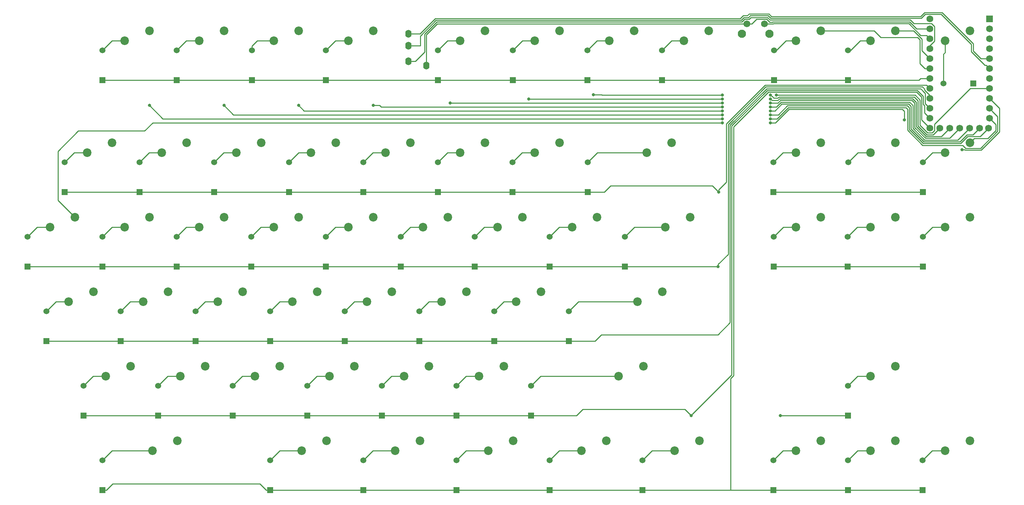
<source format=gtl>
G04 #@! TF.GenerationSoftware,KiCad,Pcbnew,(5.1.4)-1*
G04 #@! TF.CreationDate,2019-10-25T22:11:27-04:00*
G04 #@! TF.ProjectId,Split Keyboard - Right,53706c69-7420-44b6-9579-626f61726420,rev?*
G04 #@! TF.SameCoordinates,Original*
G04 #@! TF.FileFunction,Copper,L1,Top*
G04 #@! TF.FilePolarity,Positive*
%FSLAX46Y46*%
G04 Gerber Fmt 4.6, Leading zero omitted, Abs format (unit mm)*
G04 Created by KiCad (PCBNEW (5.1.4)-1) date 2019-10-25 22:11:27*
%MOMM*%
%LPD*%
G04 APERTURE LIST*
%ADD10C,2.200000*%
%ADD11C,2.100000*%
%ADD12C,1.750000*%
%ADD13R,1.752600X1.752600*%
%ADD14C,1.752600*%
%ADD15C,1.524000*%
%ADD16R,1.524000X1.524000*%
%ADD17O,1.600000X2.000000*%
%ADD18C,0.800000*%
%ADD19C,0.250000*%
G04 APERTURE END LIST*
D10*
X185585100Y-137795000D03*
X179235100Y-140335000D03*
X254635000Y-33020000D03*
X248285000Y-35560000D03*
X229235000Y-35560000D03*
X235585000Y-33020000D03*
X210185000Y-35560000D03*
X216535000Y-33020000D03*
X187960000Y-33020000D03*
X181610000Y-35560000D03*
X168910000Y-33020000D03*
X162560000Y-35560000D03*
X143510000Y-35560000D03*
X149860000Y-33020000D03*
X130810000Y-33020000D03*
X124460000Y-35560000D03*
X102235000Y-33020000D03*
X95885000Y-35560000D03*
X76835000Y-35560000D03*
X83185000Y-33020000D03*
X64135000Y-33020000D03*
X57785000Y-35560000D03*
X45085000Y-33020000D03*
X38735000Y-35560000D03*
X248285000Y-64135000D03*
X254635000Y-61595000D03*
X235585000Y-61595000D03*
X229235000Y-64135000D03*
X216535000Y-61595000D03*
X210185000Y-64135000D03*
X178435000Y-61595000D03*
X172085000Y-64135000D03*
X149860000Y-61595000D03*
X143510000Y-64135000D03*
X124460000Y-64135000D03*
X130810000Y-61595000D03*
X111760000Y-61595000D03*
X105410000Y-64135000D03*
X86360000Y-64135000D03*
X92710000Y-61595000D03*
X67310000Y-64135000D03*
X73660000Y-61595000D03*
X54610000Y-61595000D03*
X48260000Y-64135000D03*
X29210000Y-64135000D03*
X35560000Y-61595000D03*
X248285000Y-83185000D03*
X254635000Y-80645000D03*
X235585000Y-80645000D03*
X229235000Y-83185000D03*
X216535000Y-80645000D03*
X210185000Y-83185000D03*
X183197500Y-80645000D03*
X176847500Y-83185000D03*
X153035000Y-83185000D03*
X159385000Y-80645000D03*
X140335000Y-80645000D03*
X133985000Y-83185000D03*
X114935000Y-83185000D03*
X121285000Y-80645000D03*
X102235000Y-80645000D03*
X95885000Y-83185000D03*
X76835000Y-83185000D03*
X83185000Y-80645000D03*
X64135000Y-80645000D03*
X57785000Y-83185000D03*
X45085000Y-80645000D03*
X38735000Y-83185000D03*
X19685000Y-83185000D03*
X26035000Y-80645000D03*
X176060000Y-99695000D03*
X169710000Y-102235000D03*
X138734800Y-102235000D03*
X145084800Y-99695000D03*
X126047500Y-99695000D03*
X119697500Y-102235000D03*
X100647500Y-102235000D03*
X106997500Y-99695000D03*
X81597500Y-102235000D03*
X87947500Y-99695000D03*
X62547500Y-102235000D03*
X68897500Y-99695000D03*
X43497500Y-102235000D03*
X49847500Y-99695000D03*
X30797500Y-99695000D03*
X24447500Y-102235000D03*
X235585000Y-118745000D03*
X229235000Y-121285000D03*
X164947600Y-121285000D03*
X171297600Y-118745000D03*
X135585200Y-118745000D03*
X129235200Y-121285000D03*
X110172500Y-121285000D03*
X116522500Y-118745000D03*
X97472500Y-118745000D03*
X91122500Y-121285000D03*
X72072500Y-121285000D03*
X78422500Y-118745000D03*
X53022500Y-121285000D03*
X59372500Y-118745000D03*
X40322500Y-118745000D03*
X33972500Y-121285000D03*
X248285000Y-140335000D03*
X254635000Y-137795000D03*
X235585000Y-137795000D03*
X229235000Y-140335000D03*
X210185000Y-140335000D03*
X216535000Y-137795000D03*
X155448000Y-140335000D03*
X161798000Y-137795000D03*
X131635500Y-140335000D03*
X137985500Y-137795000D03*
X114173000Y-137795000D03*
X107823000Y-140335000D03*
X90360500Y-137795000D03*
X84010500Y-140335000D03*
X52260500Y-137795000D03*
X45910500Y-140335000D03*
D11*
X196424000Y-33732000D03*
D12*
X197684000Y-31242000D03*
X202184000Y-31242000D03*
D11*
X203434000Y-33732000D03*
D13*
X259651500Y-29972000D03*
D14*
X259651500Y-32512000D03*
X259651500Y-35052000D03*
X259651500Y-37592000D03*
X259651500Y-40132000D03*
X259651500Y-42672000D03*
X259651500Y-45212000D03*
X259651500Y-47752000D03*
X259651500Y-50292000D03*
X259651500Y-52832000D03*
X259651500Y-55372000D03*
X244411500Y-57912000D03*
X244411500Y-55372000D03*
X244411500Y-52832000D03*
X244411500Y-50292000D03*
X244411500Y-47752000D03*
X244411500Y-45212000D03*
X244411500Y-42672000D03*
X244411500Y-40132000D03*
X244411500Y-37592000D03*
X244411500Y-35052000D03*
X244411500Y-32512000D03*
X259422900Y-57912000D03*
X244411500Y-29972000D03*
X246951500Y-57912000D03*
X249491500Y-57912000D03*
X252031500Y-57912000D03*
X254571500Y-57912000D03*
X257111500Y-57912000D03*
D15*
X247904000Y-46482000D03*
D16*
X255524000Y-46482000D03*
D15*
X223520000Y-38012000D03*
D16*
X223520000Y-45632000D03*
D15*
X204597000Y-38012000D03*
D16*
X204597000Y-45632000D03*
D15*
X176022000Y-38012000D03*
D16*
X176022000Y-45632000D03*
D15*
X156972000Y-38012000D03*
D16*
X156972000Y-45632000D03*
X137922000Y-45632000D03*
D15*
X137922000Y-38012000D03*
D16*
X118745000Y-45632000D03*
D15*
X118745000Y-38012000D03*
D16*
X90170000Y-45632000D03*
D15*
X90170000Y-38012000D03*
D16*
X71247000Y-45632000D03*
D15*
X71247000Y-38012000D03*
D16*
X52070000Y-45632000D03*
D15*
X52070000Y-38012000D03*
D16*
X33083500Y-45632000D03*
D15*
X33083500Y-38012000D03*
X242633500Y-66587000D03*
D16*
X242633500Y-74207000D03*
D15*
X223583500Y-66587000D03*
D16*
X223583500Y-74207000D03*
D15*
X204470000Y-66587000D03*
D16*
X204470000Y-74207000D03*
D15*
X157035500Y-66587000D03*
D16*
X157035500Y-74207000D03*
D15*
X137858500Y-66587000D03*
D16*
X137858500Y-74207000D03*
X118745000Y-74207000D03*
D15*
X118745000Y-66587000D03*
D16*
X99758500Y-74207000D03*
D15*
X99758500Y-66587000D03*
D16*
X80772000Y-74207000D03*
D15*
X80772000Y-66587000D03*
D16*
X61595000Y-74207000D03*
D15*
X61595000Y-66587000D03*
D16*
X42545000Y-74207000D03*
D15*
X42545000Y-66587000D03*
D16*
X23431500Y-74207000D03*
D15*
X23431500Y-66587000D03*
X242633500Y-85637000D03*
D16*
X242633500Y-93257000D03*
D15*
X223456500Y-85637000D03*
D16*
X223456500Y-93257000D03*
D15*
X204533500Y-85637000D03*
D16*
X204533500Y-93257000D03*
D15*
X166497000Y-85637000D03*
D16*
X166497000Y-93257000D03*
D15*
X147320000Y-85637000D03*
D16*
X147320000Y-93257000D03*
D15*
X128206500Y-85637000D03*
D16*
X128206500Y-93257000D03*
X109283500Y-93257000D03*
D15*
X109283500Y-85637000D03*
D16*
X90170000Y-93257000D03*
D15*
X90170000Y-85637000D03*
D16*
X71120000Y-93257000D03*
D15*
X71120000Y-85637000D03*
D16*
X52070000Y-93257000D03*
D15*
X52070000Y-85637000D03*
D16*
X33121600Y-93257000D03*
D15*
X33121600Y-85637000D03*
X13919200Y-85637000D03*
D16*
X13919200Y-93257000D03*
D15*
X152196800Y-104687000D03*
D16*
X152196800Y-112307000D03*
D15*
X133146800Y-104687000D03*
D16*
X133146800Y-112307000D03*
D15*
X113995200Y-104687000D03*
D16*
X113995200Y-112307000D03*
X94996000Y-112307000D03*
D15*
X94996000Y-104687000D03*
D16*
X75895200Y-112307000D03*
D15*
X75895200Y-104687000D03*
D16*
X56845200Y-112307000D03*
D15*
X56845200Y-104687000D03*
D16*
X37744400Y-112307000D03*
D15*
X37744400Y-104687000D03*
D16*
X18745200Y-112307000D03*
D15*
X18745200Y-104687000D03*
X223545400Y-123737000D03*
D16*
X223545400Y-131357000D03*
D15*
X142595600Y-123737000D03*
D16*
X142595600Y-131357000D03*
D15*
X123545600Y-123737000D03*
D16*
X123545600Y-131357000D03*
X104495600Y-131357000D03*
D15*
X104495600Y-123737000D03*
D16*
X85394800Y-131357000D03*
D15*
X85394800Y-123737000D03*
D16*
X66395600Y-131357000D03*
D15*
X66395600Y-123737000D03*
D16*
X47345600Y-131357000D03*
D15*
X47345600Y-123737000D03*
D16*
X28244800Y-131357000D03*
D15*
X28244800Y-123737000D03*
X242595400Y-142787000D03*
D16*
X242595400Y-150407000D03*
D15*
X223545400Y-142787000D03*
D16*
X223545400Y-150407000D03*
D15*
X204476400Y-142787000D03*
D16*
X204476400Y-150407000D03*
D15*
X171043600Y-142787000D03*
D16*
X171043600Y-150407000D03*
D15*
X147320000Y-142787000D03*
D16*
X147320000Y-150407000D03*
D15*
X123545600Y-142787000D03*
D16*
X123545600Y-150407000D03*
X99720400Y-150407000D03*
D15*
X99720400Y-142787000D03*
D16*
X75895200Y-150407000D03*
D15*
X75895200Y-142787000D03*
D16*
X33070800Y-150407000D03*
D15*
X33070800Y-142787000D03*
D17*
X115838000Y-41875000D03*
X111238000Y-40775000D03*
X111238000Y-33775000D03*
X111238000Y-36775000D03*
D18*
X190528002Y-74207000D03*
X190348500Y-93257000D03*
X183427000Y-131357000D03*
X206272500Y-131357000D03*
X205232000Y-49466500D03*
X203708000Y-49403000D03*
X191389000Y-49403000D03*
X158451999Y-49358999D03*
X191389000Y-50419000D03*
X203708000Y-50419000D03*
X141986000Y-50419000D03*
X191389000Y-51435000D03*
X203708000Y-51435000D03*
X121920000Y-51435000D03*
X191389000Y-52451000D03*
X203708000Y-52451000D03*
X102235000Y-52070000D03*
X191389000Y-53467000D03*
X203708000Y-53467000D03*
X83185000Y-52070000D03*
X191389000Y-54483000D03*
X203708000Y-54483000D03*
X64135000Y-52070000D03*
X203708000Y-55499000D03*
X191389000Y-55499000D03*
X45085000Y-52070000D03*
X237871000Y-55753000D03*
X252666500Y-63436500D03*
X191389000Y-56515000D03*
X203708000Y-56515000D03*
D19*
X248285000Y-37115634D02*
X248285000Y-35560000D01*
X248285000Y-38569002D02*
X248285000Y-37115634D01*
X247904000Y-38950002D02*
X248285000Y-38569002D01*
X247904000Y-46482000D02*
X247904000Y-38950002D01*
X33083500Y-45632000D02*
X52070000Y-45632000D01*
X52070000Y-45632000D02*
X71247000Y-45632000D01*
X71247000Y-45632000D02*
X90170000Y-45632000D01*
X90170000Y-45632000D02*
X118745000Y-45632000D01*
X118745000Y-45632000D02*
X137922000Y-45632000D01*
X137922000Y-45632000D02*
X156972000Y-45632000D01*
X156972000Y-45632000D02*
X176022000Y-45632000D01*
X242076500Y-45212000D02*
X244411500Y-45212000D01*
X176022000Y-45632000D02*
X241656500Y-45632000D01*
X241656500Y-45632000D02*
X242076500Y-45212000D01*
X226607000Y-35560000D02*
X229870000Y-35560000D01*
X224155000Y-38012000D02*
X226607000Y-35560000D01*
X207684000Y-35560000D02*
X210820000Y-35560000D01*
X205232000Y-38012000D02*
X207684000Y-35560000D01*
X178474000Y-35560000D02*
X181610000Y-35560000D01*
X176022000Y-38012000D02*
X178474000Y-35560000D01*
X159424000Y-35560000D02*
X162560000Y-35560000D01*
X156972000Y-38012000D02*
X159424000Y-35560000D01*
X140374000Y-35560000D02*
X143510000Y-35560000D01*
X137922000Y-38012000D02*
X140374000Y-35560000D01*
X121197000Y-35560000D02*
X124460000Y-35560000D01*
X118745000Y-38012000D02*
X121197000Y-35560000D01*
X92622000Y-35560000D02*
X95885000Y-35560000D01*
X90170000Y-38012000D02*
X92622000Y-35560000D01*
X75279366Y-35560000D02*
X76835000Y-35560000D01*
X72621370Y-35560000D02*
X75279366Y-35560000D01*
X71247000Y-36934370D02*
X72621370Y-35560000D01*
X71247000Y-38012000D02*
X71247000Y-36934370D01*
X54522000Y-35560000D02*
X57785000Y-35560000D01*
X52070000Y-38012000D02*
X54522000Y-35560000D01*
X35535500Y-35560000D02*
X38735000Y-35560000D01*
X33083500Y-38012000D02*
X35535500Y-35560000D01*
X245085500Y-64135000D02*
X248285000Y-64135000D01*
X242633500Y-66587000D02*
X245085500Y-64135000D01*
X23431500Y-74207000D02*
X42545000Y-74207000D01*
X42545000Y-74207000D02*
X61595000Y-74207000D01*
X61595000Y-74207000D02*
X80772000Y-74207000D01*
X80772000Y-74207000D02*
X99758500Y-74207000D01*
X99758500Y-74207000D02*
X118745000Y-74207000D01*
X118745000Y-74207000D02*
X137858500Y-74207000D01*
X137858500Y-74207000D02*
X157035500Y-74207000D01*
X157035500Y-74207000D02*
X161261998Y-74207000D01*
X162878999Y-72589999D02*
X188911001Y-72589999D01*
X161261998Y-74207000D02*
X162878999Y-72589999D01*
X188911001Y-72589999D02*
X190528002Y-74207000D01*
X190528002Y-74207000D02*
X190528002Y-74207000D01*
X190528002Y-73641315D02*
X190528002Y-74207000D01*
X192468500Y-71700817D02*
X190528002Y-73641315D01*
X192468500Y-56769000D02*
X192468500Y-71700817D01*
X202361799Y-46875701D02*
X192468500Y-56769000D01*
X241621500Y-74207000D02*
X223583500Y-74207000D01*
X242633500Y-74207000D02*
X241621500Y-74207000D01*
X223583500Y-74207000D02*
X204470000Y-74207000D01*
X243535201Y-46875701D02*
X202361799Y-46875701D01*
X244411500Y-47752000D02*
X243535201Y-46875701D01*
X226035500Y-64135000D02*
X229235000Y-64135000D01*
X223583500Y-66587000D02*
X226035500Y-64135000D01*
X206922000Y-64135000D02*
X210185000Y-64135000D01*
X204470000Y-66587000D02*
X206922000Y-64135000D01*
X159487500Y-64135000D02*
X172085000Y-64135000D01*
X157035500Y-66587000D02*
X159487500Y-64135000D01*
X140310500Y-64135000D02*
X143510000Y-64135000D01*
X137858500Y-66587000D02*
X140310500Y-64135000D01*
X121197000Y-64135000D02*
X124460000Y-64135000D01*
X118745000Y-66587000D02*
X121197000Y-64135000D01*
X102210500Y-64135000D02*
X105410000Y-64135000D01*
X99758500Y-66587000D02*
X102210500Y-64135000D01*
X83224000Y-64135000D02*
X86360000Y-64135000D01*
X80772000Y-66587000D02*
X83224000Y-64135000D01*
X64047000Y-64135000D02*
X67310000Y-64135000D01*
X61595000Y-66587000D02*
X64047000Y-64135000D01*
X44997000Y-64135000D02*
X48260000Y-64135000D01*
X42545000Y-66587000D02*
X44997000Y-64135000D01*
X25883500Y-64135000D02*
X29210000Y-64135000D01*
X23431500Y-66587000D02*
X25883500Y-64135000D01*
X245085500Y-83185000D02*
X248285000Y-83185000D01*
X242633500Y-85637000D02*
X245085500Y-83185000D01*
X14931200Y-93257000D02*
X33121600Y-93257000D01*
X13919200Y-93257000D02*
X14931200Y-93257000D01*
X34133600Y-93257000D02*
X52070000Y-93257000D01*
X33121600Y-93257000D02*
X34133600Y-93257000D01*
X53082000Y-93257000D02*
X71120000Y-93257000D01*
X52070000Y-93257000D02*
X53082000Y-93257000D01*
X72132000Y-93257000D02*
X90170000Y-93257000D01*
X71120000Y-93257000D02*
X72132000Y-93257000D01*
X91182000Y-93257000D02*
X109283500Y-93257000D01*
X90170000Y-93257000D02*
X91182000Y-93257000D01*
X110295500Y-93257000D02*
X128206500Y-93257000D01*
X109283500Y-93257000D02*
X110295500Y-93257000D01*
X129218500Y-93257000D02*
X147320000Y-93257000D01*
X128206500Y-93257000D02*
X129218500Y-93257000D01*
X148332000Y-93257000D02*
X166497000Y-93257000D01*
X147320000Y-93257000D02*
X148332000Y-93257000D01*
X166497000Y-93257000D02*
X190348500Y-93257000D01*
X190348500Y-93257000D02*
X190348500Y-93257000D01*
X190348500Y-92691315D02*
X190348500Y-93257000D01*
X192918510Y-90121305D02*
X190348500Y-92691315D01*
X192918510Y-56955400D02*
X192918510Y-90121305D01*
X244411500Y-50292000D02*
X244411500Y-49529926D01*
X244411500Y-49529926D02*
X243078000Y-48196426D01*
X243078000Y-48196426D02*
X243078000Y-47877590D01*
X243078000Y-47877590D02*
X242526121Y-47325711D01*
X242526121Y-47325711D02*
X202548199Y-47325711D01*
X202548199Y-47325711D02*
X192918510Y-56955400D01*
X205545500Y-93257000D02*
X223456500Y-93257000D01*
X204533500Y-93257000D02*
X205545500Y-93257000D01*
X223456500Y-93257000D02*
X242633500Y-93257000D01*
X225908500Y-83185000D02*
X229235000Y-83185000D01*
X223456500Y-85637000D02*
X225908500Y-83185000D01*
X206985500Y-83185000D02*
X210185000Y-83185000D01*
X204533500Y-85637000D02*
X206985500Y-83185000D01*
X168949000Y-83185000D02*
X176847500Y-83185000D01*
X166497000Y-85637000D02*
X168949000Y-83185000D01*
X149772000Y-83185000D02*
X153035000Y-83185000D01*
X147320000Y-85637000D02*
X149772000Y-83185000D01*
X130658500Y-83185000D02*
X133985000Y-83185000D01*
X128206500Y-85637000D02*
X130658500Y-83185000D01*
X111735500Y-83185000D02*
X114935000Y-83185000D01*
X109283500Y-85637000D02*
X111735500Y-83185000D01*
X92622000Y-83185000D02*
X95885000Y-83185000D01*
X90170000Y-85637000D02*
X92622000Y-83185000D01*
X73572000Y-83185000D02*
X76835000Y-83185000D01*
X71120000Y-85637000D02*
X73572000Y-83185000D01*
X54522000Y-83185000D02*
X57785000Y-83185000D01*
X52070000Y-85637000D02*
X54522000Y-83185000D01*
X35573600Y-83185000D02*
X38735000Y-83185000D01*
X33121600Y-85637000D02*
X35573600Y-83185000D01*
X16371200Y-83185000D02*
X19685000Y-83185000D01*
X13919200Y-85637000D02*
X16371200Y-83185000D01*
X154648800Y-102235000D02*
X169710000Y-102235000D01*
X152196800Y-104687000D02*
X154648800Y-102235000D01*
X18745200Y-112307000D02*
X37744400Y-112307000D01*
X37744400Y-112307000D02*
X56845200Y-112307000D01*
X57857200Y-112307000D02*
X75895200Y-112307000D01*
X56845200Y-112307000D02*
X57857200Y-112307000D01*
X75895200Y-112307000D02*
X94996000Y-112307000D01*
X96008000Y-112307000D02*
X113995200Y-112307000D01*
X94996000Y-112307000D02*
X96008000Y-112307000D01*
X113995200Y-112307000D02*
X133146800Y-112307000D01*
X134158800Y-112307000D02*
X152196800Y-112307000D01*
X133146800Y-112307000D02*
X134158800Y-112307000D01*
X245046500Y-52832000D02*
X243807225Y-52832000D01*
X160503999Y-110689999D02*
X158886998Y-112307000D01*
X190300001Y-110689999D02*
X160503999Y-110689999D01*
X193368520Y-57141800D02*
X193368520Y-107621480D01*
X202734599Y-47775721D02*
X193368520Y-57141800D01*
X158886998Y-112307000D02*
X152196800Y-112307000D01*
X243210199Y-51630699D02*
X243210199Y-48965035D01*
X193368520Y-107621480D02*
X190300001Y-110689999D01*
X244411500Y-52832000D02*
X243210199Y-51630699D01*
X242570000Y-48324836D02*
X242570000Y-48260000D01*
X243210199Y-48965035D02*
X242570000Y-48324836D01*
X242570000Y-48260000D02*
X242085721Y-47775721D01*
X242085721Y-47775721D02*
X202734599Y-47775721D01*
X135598800Y-102235000D02*
X138734800Y-102235000D01*
X133146800Y-104687000D02*
X135598800Y-102235000D01*
X116447200Y-102235000D02*
X119697500Y-102235000D01*
X113995200Y-104687000D02*
X116447200Y-102235000D01*
X97448000Y-102235000D02*
X100647500Y-102235000D01*
X94996000Y-104687000D02*
X97448000Y-102235000D01*
X78347200Y-102235000D02*
X81597500Y-102235000D01*
X75895200Y-104687000D02*
X78347200Y-102235000D01*
X59297200Y-102235000D02*
X62547500Y-102235000D01*
X56845200Y-104687000D02*
X59297200Y-102235000D01*
X40196400Y-102235000D02*
X43497500Y-102235000D01*
X37744400Y-104687000D02*
X40196400Y-102235000D01*
X21197200Y-102235000D02*
X24447500Y-102235000D01*
X18745200Y-104687000D02*
X21197200Y-102235000D01*
X225997400Y-121285000D02*
X229235000Y-121285000D01*
X223545400Y-123737000D02*
X225997400Y-121285000D01*
X28244800Y-131357000D02*
X47345600Y-131357000D01*
X47345600Y-131357000D02*
X66395600Y-131357000D01*
X66395600Y-131357000D02*
X85394800Y-131357000D01*
X85394800Y-131357000D02*
X104495600Y-131357000D01*
X104495600Y-131357000D02*
X123545600Y-131357000D01*
X123545600Y-131357000D02*
X142595600Y-131357000D01*
X142595600Y-131357000D02*
X143607600Y-131357000D01*
X183427000Y-131357000D02*
X183427000Y-131357000D01*
X142595600Y-131357000D02*
X154124598Y-131357000D01*
X155741599Y-129739999D02*
X154124598Y-131357000D01*
X181809999Y-129739999D02*
X155741599Y-129739999D01*
X183427000Y-131357000D02*
X181809999Y-129739999D01*
X183826999Y-130957001D02*
X183826999Y-130942501D01*
X183826999Y-130942501D02*
X193818530Y-120950970D01*
X193818530Y-57328200D02*
X202920999Y-48225731D01*
X183427000Y-131357000D02*
X183826999Y-130957001D01*
X193818530Y-120950970D02*
X193818530Y-57328200D01*
X202920999Y-48225731D02*
X241200821Y-48225731D01*
X243078000Y-52134910D02*
X242760189Y-51817099D01*
X244411500Y-55372000D02*
X243078000Y-54038500D01*
X243078000Y-54038500D02*
X243078000Y-52134910D01*
X242760189Y-49785099D02*
X241200821Y-48225731D01*
X242760189Y-51817099D02*
X242760189Y-49785099D01*
X223545400Y-131357000D02*
X206272500Y-131357000D01*
X145047600Y-121285000D02*
X164947600Y-121285000D01*
X142595600Y-123737000D02*
X145047600Y-121285000D01*
X125997600Y-121285000D02*
X129235200Y-121285000D01*
X123545600Y-123737000D02*
X125997600Y-121285000D01*
X106947600Y-121285000D02*
X110172500Y-121285000D01*
X104495600Y-123737000D02*
X106947600Y-121285000D01*
X87846800Y-121285000D02*
X91122500Y-121285000D01*
X85394800Y-123737000D02*
X87846800Y-121285000D01*
X68847600Y-121285000D02*
X72072500Y-121285000D01*
X66395600Y-123737000D02*
X68847600Y-121285000D01*
X49797600Y-121285000D02*
X53022500Y-121285000D01*
X47345600Y-123737000D02*
X49797600Y-121285000D01*
X30696800Y-121285000D02*
X33972500Y-121285000D01*
X28244800Y-123737000D02*
X30696800Y-121285000D01*
X245047400Y-140335000D02*
X248285000Y-140335000D01*
X242595400Y-142787000D02*
X245047400Y-140335000D01*
X74883200Y-150407000D02*
X75895200Y-150407000D01*
X73266199Y-148789999D02*
X74883200Y-150407000D01*
X35699801Y-148789999D02*
X73266199Y-148789999D01*
X34082800Y-150407000D02*
X35699801Y-148789999D01*
X33070800Y-150407000D02*
X34082800Y-150407000D01*
X75895200Y-150407000D02*
X99720400Y-150407000D01*
X99720400Y-150407000D02*
X123545600Y-150407000D01*
X123545600Y-150407000D02*
X147320000Y-150407000D01*
X148332000Y-150407000D02*
X171043600Y-150407000D01*
X147320000Y-150407000D02*
X148332000Y-150407000D01*
X171043600Y-150407000D02*
X172055600Y-150407000D01*
X172055600Y-150407000D02*
X193523500Y-150407000D01*
X203464400Y-150407000D02*
X193523500Y-150407000D01*
X204476400Y-150407000D02*
X203464400Y-150407000D01*
X193523500Y-121882410D02*
X193523500Y-150407000D01*
X194268540Y-57514600D02*
X194268540Y-121137370D01*
X242310180Y-55810680D02*
X242310179Y-49971499D01*
X244411500Y-57912000D02*
X242310180Y-55810680D01*
X241014421Y-48675741D02*
X203165259Y-48675741D01*
X194268540Y-121137370D02*
X193523500Y-121882410D01*
X242310179Y-49971499D02*
X241014421Y-48675741D01*
X203165259Y-48675741D02*
X194326400Y-57514600D01*
X194326400Y-57514600D02*
X194268540Y-57514600D01*
X241583400Y-150407000D02*
X223545400Y-150407000D01*
X242595400Y-150407000D02*
X241583400Y-150407000D01*
X223545400Y-150407000D02*
X204476400Y-150407000D01*
X225997400Y-140335000D02*
X229235000Y-140335000D01*
X223545400Y-142787000D02*
X225997400Y-140335000D01*
X206928400Y-140335000D02*
X204476400Y-142787000D01*
X210185000Y-140335000D02*
X206928400Y-140335000D01*
X171043600Y-142787000D02*
X173495600Y-140335000D01*
X173495600Y-140335000D02*
X179235100Y-140335000D01*
X149772000Y-140335000D02*
X155448000Y-140335000D01*
X147320000Y-142787000D02*
X149772000Y-140335000D01*
X125997600Y-140335000D02*
X131635500Y-140335000D01*
X123545600Y-142787000D02*
X125997600Y-140335000D01*
X102172400Y-140335000D02*
X107823000Y-140335000D01*
X99720400Y-142787000D02*
X102172400Y-140335000D01*
X78347200Y-140335000D02*
X84010500Y-140335000D01*
X75895200Y-142787000D02*
X78347200Y-140335000D01*
X35522800Y-140335000D02*
X45910500Y-140335000D01*
X33070800Y-142787000D02*
X35522800Y-140335000D01*
X115838000Y-35292000D02*
X115838000Y-41875000D01*
X197684000Y-31242000D02*
X118618000Y-31242000D01*
X115838000Y-34022000D02*
X115838000Y-35292000D01*
X118618000Y-31242000D02*
X115838000Y-34022000D01*
X200121437Y-30041999D02*
X198921436Y-31242000D01*
X203509992Y-30791990D02*
X202760001Y-30041999D01*
X204220100Y-30791990D02*
X203509992Y-30791990D01*
X243172225Y-32512000D02*
X243170225Y-32510000D01*
X198921436Y-31242000D02*
X197684000Y-31242000D01*
X244411500Y-32512000D02*
X243172225Y-32512000D01*
X243170225Y-32510000D02*
X241046820Y-32510000D01*
X241046820Y-32510000D02*
X239231799Y-30694979D01*
X202760001Y-30041999D02*
X200121437Y-30041999D01*
X239231799Y-30694979D02*
X204317110Y-30694980D01*
X204317110Y-30694980D02*
X204220100Y-30791990D01*
X115387990Y-38398012D02*
X113011002Y-40775000D01*
X239418198Y-30244970D02*
X203599383Y-30244971D01*
X171439502Y-30744498D02*
X171429004Y-30734000D01*
X203599383Y-30244971D02*
X202946401Y-29591989D01*
X113011002Y-40775000D02*
X111238000Y-40775000D01*
X196405500Y-30744498D02*
X171439502Y-30744498D01*
X198260001Y-30041999D02*
X197107999Y-30041999D01*
X202946401Y-29591989D02*
X198710011Y-29591989D01*
X197107999Y-30041999D02*
X196405500Y-30744498D01*
X171429004Y-30734000D02*
X118489590Y-30734000D01*
X198710011Y-29591989D02*
X198260001Y-30041999D01*
X118489590Y-30734000D02*
X115387990Y-33835600D01*
X240346531Y-31173301D02*
X239418198Y-30244970D01*
X115387990Y-33835600D02*
X115387990Y-38398012D01*
X244850727Y-31173301D02*
X240346531Y-31173301D01*
X245612801Y-31935375D02*
X244850727Y-31173301D01*
X245612801Y-35628625D02*
X245612801Y-31935375D01*
X244411500Y-36829926D02*
X245612801Y-35628625D01*
X244411500Y-37592000D02*
X244411500Y-36829926D01*
X114245000Y-36775000D02*
X111238000Y-36775000D01*
X118303190Y-30283990D02*
X114245000Y-34342180D01*
X247336289Y-28770699D02*
X243263301Y-28770699D01*
X258775201Y-41795701D02*
X258495289Y-41795701D01*
X203132801Y-29141979D02*
X198523610Y-29141980D01*
X255016000Y-36450410D02*
X247336289Y-28770699D01*
X255016000Y-38316412D02*
X255016000Y-36450410D01*
X114245000Y-34342180D02*
X114245000Y-36775000D01*
X198073601Y-29591989D02*
X196921599Y-29591989D01*
X258495289Y-41795701D02*
X255016000Y-38316412D01*
X242239039Y-29794961D02*
X203785783Y-29794961D01*
X198523610Y-29141980D02*
X198073601Y-29591989D01*
X259651500Y-42672000D02*
X258775201Y-41795701D01*
X243263301Y-28770699D02*
X242239039Y-29794961D01*
X203785783Y-29794961D02*
X203132801Y-29141979D01*
X196921599Y-29591989D02*
X196219100Y-30294488D01*
X171772488Y-30294488D02*
X171761990Y-30283990D01*
X196219100Y-30294488D02*
X171772488Y-30294488D01*
X171761990Y-30283990D02*
X118303190Y-30283990D01*
X247522689Y-28320689D02*
X243076901Y-28320689D01*
X118116789Y-29833981D02*
X114175770Y-33775000D01*
X197807021Y-29141979D02*
X196727521Y-29141979D01*
X243076901Y-28320689D02*
X242052639Y-29344951D01*
X259651500Y-40132000D02*
X257467998Y-40132000D01*
X257467998Y-40132000D02*
X255524000Y-38188002D01*
X203972183Y-29344951D02*
X203319200Y-28691970D01*
X242052639Y-29344951D02*
X203972183Y-29344951D01*
X171948390Y-29833980D02*
X118116789Y-29833981D01*
X255524000Y-36322000D02*
X247522689Y-28320689D01*
X203319200Y-28691970D02*
X198257030Y-28691970D01*
X198257030Y-28691970D02*
X197807021Y-29141979D01*
X255524000Y-38188002D02*
X255524000Y-36322000D01*
X196727521Y-29141979D02*
X196025022Y-29844478D01*
X114175770Y-33775000D02*
X111238000Y-33775000D01*
X196025022Y-29844478D02*
X171958888Y-29844478D01*
X171958888Y-29844478D02*
X171948390Y-29833980D01*
X259252825Y-60495001D02*
X261259201Y-58488625D01*
X254635000Y-61595000D02*
X255734999Y-60495001D01*
X255734999Y-60495001D02*
X259252825Y-60495001D01*
X261259201Y-56979701D02*
X259651500Y-55372000D01*
X261259201Y-58488625D02*
X261259201Y-56979701D01*
X240284000Y-33020000D02*
X236220000Y-33020000D01*
X242347750Y-35083750D02*
X240284000Y-33020000D01*
X244411500Y-40132000D02*
X242347750Y-38068250D01*
X242347750Y-38068250D02*
X242347750Y-35083750D01*
X244411500Y-42672000D02*
X243172225Y-42672000D01*
X243172225Y-42672000D02*
X241897740Y-41397515D01*
X241897740Y-41397515D02*
X241897740Y-35270150D01*
X241897740Y-35270150D02*
X241298590Y-34671000D01*
X241298590Y-34671000D02*
X231871000Y-34671000D01*
X230220000Y-33020000D02*
X216535000Y-33020000D01*
X231871000Y-34671000D02*
X230220000Y-33020000D01*
X240665000Y-49466500D02*
X205232000Y-49466500D01*
X205232000Y-49466500D02*
X205232000Y-49466500D01*
X246333300Y-57387274D02*
X246333300Y-58338290D01*
X254762000Y-47752000D02*
X245618000Y-56896000D01*
X259651500Y-47752000D02*
X254762000Y-47752000D01*
X243834875Y-59113301D02*
X241860171Y-57138597D01*
X244988125Y-59113301D02*
X243834875Y-59113301D01*
X245618000Y-56896000D02*
X245618000Y-58483426D01*
X245618000Y-58483426D02*
X244988125Y-59113301D01*
X241860171Y-50661671D02*
X240665000Y-49466500D01*
X241860171Y-57138597D02*
X241860171Y-50661671D01*
X204107999Y-49802999D02*
X203708000Y-49403000D01*
X204553503Y-50191501D02*
X204165001Y-49802999D01*
X204165001Y-49802999D02*
X204107999Y-49802999D01*
X205854992Y-49916510D02*
X205580001Y-50191501D01*
X205580001Y-50191501D02*
X204553503Y-50191501D01*
X240478600Y-49916510D02*
X205854992Y-49916510D01*
X191389000Y-49403000D02*
X160655000Y-49403000D01*
X160610999Y-49358999D02*
X158451999Y-49358999D01*
X160655000Y-49403000D02*
X160610999Y-49358999D01*
X243648474Y-59563310D02*
X241410161Y-57324997D01*
X246951500Y-57912000D02*
X245300189Y-59563311D01*
X245300189Y-59563311D02*
X243648474Y-59563310D01*
X241410161Y-50848071D02*
X240478600Y-49916510D01*
X241410161Y-57324997D02*
X241410161Y-50848071D01*
X204107999Y-50818999D02*
X203708000Y-50419000D01*
X205588913Y-50818999D02*
X204107999Y-50818999D01*
X206041392Y-50366520D02*
X205588913Y-50818999D01*
X144145000Y-50419000D02*
X141986000Y-50419000D01*
X191389000Y-50419000D02*
X144145000Y-50419000D01*
X243462073Y-60013319D02*
X240960151Y-57511397D01*
X249491500Y-57912000D02*
X247390181Y-60013319D01*
X247390181Y-60013319D02*
X243462073Y-60013319D01*
X240960151Y-51284241D02*
X240042430Y-50366520D01*
X240960151Y-57511397D02*
X240960151Y-51284241D01*
X240042430Y-50366520D02*
X206041392Y-50366520D01*
X123952000Y-51435000D02*
X121920000Y-51435000D01*
X191389000Y-51435000D02*
X123952000Y-51435000D01*
X205609322Y-51435000D02*
X206227792Y-50816530D01*
X203708000Y-51435000D02*
X205609322Y-51435000D01*
X206227792Y-50816530D02*
X239856030Y-50816530D01*
X243275672Y-60463328D02*
X240510141Y-57697797D01*
X252031500Y-57912000D02*
X249480172Y-60463328D01*
X249480172Y-60463328D02*
X243275672Y-60463328D01*
X240510141Y-51470641D02*
X239856030Y-50816530D01*
X240510141Y-57697797D02*
X240510141Y-51470641D01*
X255206500Y-57912000D02*
X255014590Y-57912000D01*
X103886000Y-52070000D02*
X102235000Y-52070000D01*
X191389000Y-52451000D02*
X104267000Y-52451000D01*
X104267000Y-52451000D02*
X103886000Y-52070000D01*
X251570163Y-60913337D02*
X254571500Y-57912000D01*
X203708000Y-52451000D02*
X205229732Y-52451000D01*
X206414192Y-51266540D02*
X239290040Y-51266540D01*
X205229732Y-52451000D02*
X206414192Y-51266540D01*
X243089271Y-60913337D02*
X240060131Y-57884197D01*
X251570163Y-60913337D02*
X243089271Y-60913337D01*
X240060131Y-52036631D02*
X239290040Y-51266540D01*
X240060131Y-57884197D02*
X240060131Y-52036631D01*
X84582000Y-53467000D02*
X83185000Y-52070000D01*
X191389000Y-53467000D02*
X84582000Y-53467000D01*
X255428519Y-59594981D02*
X257111500Y-57912000D01*
X253889607Y-59594981D02*
X255428519Y-59594981D01*
X252121242Y-61363346D02*
X253889607Y-59594981D01*
X203708000Y-53467000D02*
X204850142Y-53467000D01*
X206600592Y-51716550D02*
X239041550Y-51716550D01*
X204850142Y-53467000D02*
X206600592Y-51716550D01*
X242902870Y-61363346D02*
X239610121Y-58070597D01*
X252121242Y-61363346D02*
X242902870Y-61363346D01*
X239610121Y-52285121D02*
X239041550Y-51716550D01*
X239610121Y-58070597D02*
X239610121Y-52285121D01*
X66484500Y-54419500D02*
X64135000Y-52070000D01*
X191389000Y-54483000D02*
X66548000Y-54483000D01*
X66548000Y-54483000D02*
X66484500Y-54419500D01*
X208050625Y-52166560D02*
X205734185Y-54483000D01*
X239160111Y-52660611D02*
X238666060Y-52166560D01*
X259422900Y-57912000D02*
X257289909Y-60044991D01*
X205734185Y-54483000D02*
X203708000Y-54483000D01*
X254076007Y-60044991D02*
X252307642Y-61813356D01*
X252307642Y-61813356D02*
X242716469Y-61813355D01*
X257289909Y-60044991D02*
X254076007Y-60044991D01*
X242716469Y-61813355D02*
X239160111Y-58256997D01*
X238666060Y-52166560D02*
X208050625Y-52166560D01*
X239160111Y-58256997D02*
X239160111Y-52660611D01*
X257173735Y-63020001D02*
X256956499Y-63020001D01*
X48514000Y-55499000D02*
X45085000Y-52070000D01*
X191389000Y-55499000D02*
X48514000Y-55499000D01*
X205354595Y-55499000D02*
X203708000Y-55499000D01*
X238290570Y-52616570D02*
X208237025Y-52616570D01*
X238710101Y-53036101D02*
X238290570Y-52616570D01*
X256956499Y-63020001D02*
X253583501Y-63020001D01*
X253583501Y-63020001D02*
X252826866Y-62263366D01*
X252826866Y-62263366D02*
X252572452Y-62263366D01*
X252572452Y-62263366D02*
X242530068Y-62263364D01*
X208237025Y-52616570D02*
X205354595Y-55499000D01*
X242530068Y-62263364D02*
X238710101Y-58443397D01*
X238710101Y-58443397D02*
X238710101Y-53036101D01*
X260527799Y-53708299D02*
X259651500Y-52832000D01*
X261709211Y-54889711D02*
X260527799Y-53708299D01*
X261709211Y-58675025D02*
X261709211Y-54889711D01*
X257364235Y-63020001D02*
X261709211Y-58675025D01*
X256956499Y-63020001D02*
X257364235Y-63020001D01*
X252666500Y-63436500D02*
X253363590Y-63436500D01*
X253363590Y-63436500D02*
X253397100Y-63470010D01*
X253397100Y-63470010D02*
X257550636Y-63470010D01*
X257550636Y-63470010D02*
X262159219Y-58861425D01*
X204273685Y-56515000D02*
X203708000Y-56515000D01*
X204975005Y-56515000D02*
X204273685Y-56515000D01*
X208423425Y-53066580D02*
X204975005Y-56515000D01*
X237363000Y-53066580D02*
X208423425Y-53066580D01*
X21717000Y-76327000D02*
X26035000Y-80645000D01*
X21717000Y-63817500D02*
X21717000Y-76327000D01*
X26924000Y-58610500D02*
X21717000Y-63817500D01*
X43878500Y-58610500D02*
X26924000Y-58610500D01*
X191389000Y-56515000D02*
X45974000Y-56515000D01*
X45974000Y-56515000D02*
X43878500Y-58610500D01*
X237871000Y-53574580D02*
X237363000Y-53066580D01*
X237871000Y-55753000D02*
X237871000Y-53574580D01*
X262159219Y-52799719D02*
X259651500Y-50292000D01*
X262159219Y-58861425D02*
X262159219Y-52799719D01*
X204406500Y-31242000D02*
X202184000Y-31242000D01*
X204503511Y-31144989D02*
X204406500Y-31242000D01*
X239045399Y-31144989D02*
X204503511Y-31144989D01*
X242076111Y-34175701D02*
X239045399Y-31144989D01*
X243535201Y-34175701D02*
X242076111Y-34175701D01*
X244411500Y-35052000D02*
X243535201Y-34175701D01*
M02*

</source>
